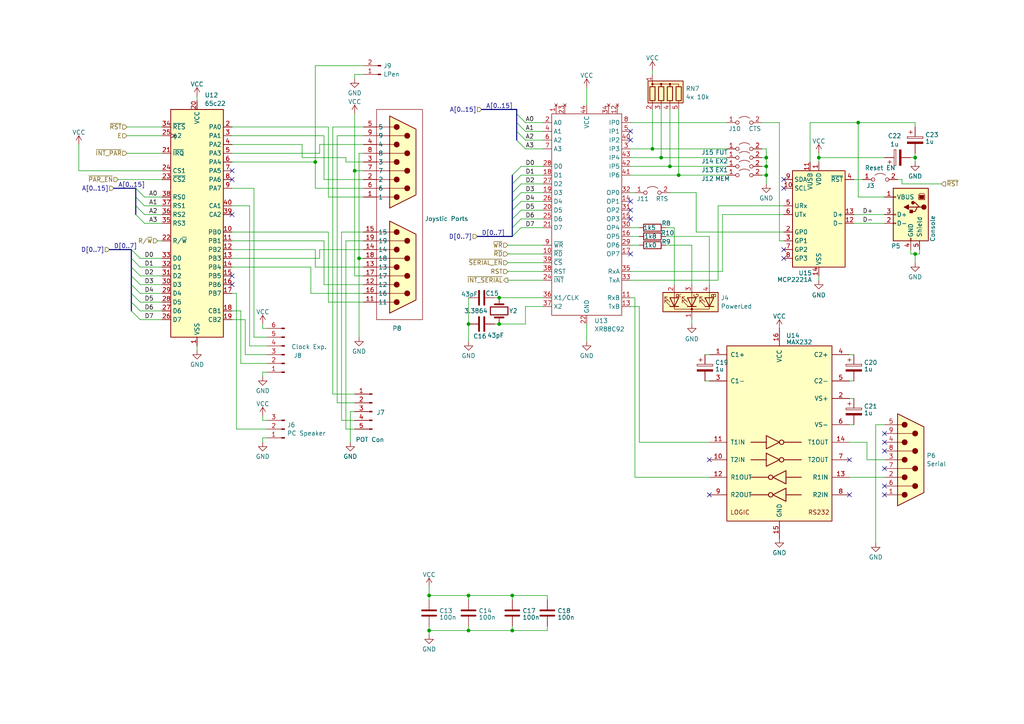
<source format=kicad_sch>
(kicad_sch (version 20250114) (generator "eeschema") (generator_version "9.0")
  (paper "A4")
  (title_block (title "MicroLind - Serial & Parallell") (date "2025-08-15") (rev "C1") (company "Sperly Retro Electronics"))
  (lib_symbols
    (symbol "Connector:Conn_01x02_Pin" (pin_names (offset 1.016) (hide yes))
      (property "Reference" "J" (at 0 2.54 0))
      (property "Value" "Conn_01x02_Pin" (at 0 -5.08 0))
      (symbol "Conn_01x02_Pin_1_1"
        (pin passive line (at 5.08 0 180) (length 3.81) (name "Pin_1") (number "1"))
        (pin passive line (at 5.08 -2.54 180) (length 3.81) (name "Pin_2") (number "2"))
      )
    )
    (symbol "Connector:Conn_01x03_Pin" (pin_names (offset 1.016) (hide yes))
      (property "Reference" "J" (at 0 5.08 0))
      (property "Value" "Conn_01x03_Pin" (at 0 -5.08 0))
      (symbol "Conn_01x03_Pin_1_1"
        (pin passive line (at 5.08 2.54 180) (length 3.81) (name "Pin_1") (number "1"))
        (pin passive line (at 5.08 0 180) (length 3.81) (name "Pin_2") (number "2"))
        (pin passive line (at 5.08 -2.54 180) (length 3.81) (name "Pin_3") (number "3"))
      )
    )
    (symbol "Connector:Conn_01x06_Pin" (pin_names (offset 1.016) (hide yes))
      (property "Reference" "J" (at 0 7.62 0))
      (property "Value" "Conn_01x06_Pin" (at 0 -10.16 0))
      (symbol "Conn_01x06_Pin_1_1"
        (pin passive line (at 5.08 5.08 180) (length 3.81) (name "Pin_1") (number "1"))
        (pin passive line (at 5.08 2.54 180) (length 3.81) (name "Pin_2") (number "2"))
        (pin passive line (at 5.08 0 180) (length 3.81) (name "Pin_3") (number "3"))
        (pin passive line (at 5.08 -2.54 180) (length 3.81) (name "Pin_4") (number "4"))
        (pin passive line (at 5.08 -5.08 180) (length 3.81) (name "Pin_5") (number "5"))
        (pin passive line (at 5.08 -7.62 180) (length 3.81) (name "Pin_6") (number "6"))
      )
    )
    (symbol "Connector:USB_B" (pin_names (offset 1.016))
      (property "Reference" "J" (at -5.08 11.43 0))
      (property "Value" "USB_B" (at -5.08 8.89 0))
      (symbol "USB_B_1_1"
        (pin passive line (at -2.54 -10.16 90) (length 2.54) (name "Shield") (number "5"))
        (pin power_out line (at 0 -10.16 90) (length 2.54) (name "GND") (number "4"))
        (pin power_out line (at 7.62 5.08 180) (length 2.54) (name "VBUS") (number "1"))
        (pin bidirectional line (at 7.62 0 180) (length 2.54) (name "D+") (number "3"))
        (pin bidirectional line (at 7.62 -2.54 180) (length 2.54) (name "D-") (number "2"))
      )
    )
    (symbol "Device:C" (pin_numbers (hide yes)) (pin_names (offset 0.254))
      (property "Reference" "C" (at 0.635 2.54 0))
      (property "Value" "C" (at 0.635 -2.54 0))
      (symbol "C_1_1"
        (pin passive line (at 0 3.81 270) (length 2.794) (name "~") (number "1"))
        (pin passive line (at 0 -3.81 90) (length 2.794) (name "~") (number "2"))
      )
    )
    (symbol "Device:C_Polarized" (pin_numbers (hide yes)) (pin_names (offset 0.254))
      (property "Reference" "C" (at 0.635 2.54 0))
      (property "Value" "C_Polarized" (at 0.635 -2.54 0))
      (symbol "C_Polarized_1_1"
        (pin passive line (at 0 3.81 270) (length 2.794) (name "~") (number "1"))
        (pin passive line (at 0 -3.81 90) (length 2.794) (name "~") (number "2"))
      )
    )
    (symbol "Device:Crystal" (pin_numbers (hide yes)) (pin_names (offset 1.016) (hide yes))
      (property "Reference" "Y" (at 0 3.81 0))
      (property "Value" "Crystal" (at 0 -3.81 0))
      (symbol "Crystal_1_1"
        (pin passive line (at -3.81 0 0) (length 1.27) (name "1") (number "1"))
        (pin passive line (at 3.81 0 180) (length 1.27) (name "2") (number "2"))
      )
    )
    (symbol "Device:LED_KRGB" (pin_names (offset 0) (hide yes))
      (property "Reference" "D" (at 0 9.398 0))
      (property "Value" "LED_KRGB" (at 0 -8.89 0))
      (symbol "LED_KRGB_0_0"
        (text "R" (at 1.905 3.81 0) (effects (font (size 1.27 1.27))))
        (text "G" (at 1.905 -1.27 0) (effects (font (size 1.27 1.27))))
        (text "B" (at 1.905 -6.35 0) (effects (font (size 1.27 1.27))))
      )
      (symbol "LED_KRGB_1_1"
        (pin passive line (at -5.08 0 0) (length 2.54) (name "K") (number "1"))
        (pin passive line (at 5.08 5.08 180) (length 2.54) (name "RA") (number "2"))
        (pin passive line (at 5.08 0 180) (length 2.54) (name "GA") (number "3"))
        (pin passive line (at 5.08 -5.08 180) (length 2.54) (name "BA") (number "4"))
      )
    )
    (symbol "Device:R" (pin_numbers (hide yes)) (pin_names (offset 0))
      (property "Reference" "R" (at 2.032 0 90))
      (property "Value" "R" (at 0 0 90))
      (symbol "R_1_1"
        (pin passive line (at 0 3.81 270) (length 1.27) (name "~") (number "1"))
        (pin passive line (at 0 -3.81 90) (length 1.27) (name "~") (number "2"))
      )
    )
    (symbol "Device:R_Network04" (pin_names (offset 0) (hide yes))
      (property "Reference" "RN" (at -7.62 0 90))
      (property "Value" "R_Network04" (at 5.08 0 90))
      (symbol "R_Network04_1_1"
        (pin passive line (at -5.08 5.08 270) (length 2.54) (name "common") (number "1"))
        (pin passive line (at -5.08 -5.08 90) (length 1.27) (name "R1") (number "2"))
        (pin passive line (at -2.54 -5.08 90) (length 1.27) (name "R2") (number "3"))
        (pin passive line (at 0 -5.08 90) (length 1.27) (name "R3") (number "4"))
        (pin passive line (at 2.54 -5.08 90) (length 1.27) (name "R4") (number "5"))
      )
    )
    (symbol "Dual-DB9:Conn_01x05_Pin" (pin_names (offset 1.016) (hide yes))
      (property "Reference" "J" (at 0 7.62 0))
      (property "Value" "Conn_01x05_Pin" (at 0 -7.62 0))
      (symbol "Conn_01x05_Pin_1_1"
        (pin passive line (at 5.08 5.08 180) (length 3.81) (name "Pin_1") (number "1"))
        (pin passive line (at 5.08 2.54 180) (length 3.81) (name "Pin_2") (number "2"))
        (pin passive line (at 5.08 0 180) (length 3.81) (name "Pin_3") (number "3"))
        (pin passive line (at 5.08 -2.54 180) (length 3.81) (name "Pin_4") (number "4"))
        (pin passive line (at 5.08 -5.08 180) (length 3.81) (name "Pin_5") (number "5"))
      )
    )
    (symbol "Dual-DB9:DE9_Plug" (pin_names (offset 1.016) (hide yes))
      (property "Reference" "J" (at 0 13.97 0))
      (property "Value" "DE9_Plug" (at 0 -14.605 0))
      (symbol "DE9_Plug_1_1"
        (pin passive line (at -7.62 10.16 0) (length 3.81) (name "5") (number "5"))
        (pin passive line (at -7.62 7.62 0) (length 3.81) (name "9") (number "9"))
        (pin passive line (at -7.62 5.08 0) (length 3.81) (name "4") (number "4"))
        (pin passive line (at -7.62 2.54 0) (length 3.81) (name "8") (number "8"))
        (pin passive line (at -7.62 0 0) (length 3.81) (name "3") (number "3"))
        (pin passive line (at -7.62 -2.54 0) (length 3.81) (name "7") (number "7"))
        (pin passive line (at -7.62 -5.08 0) (length 3.81) (name "2") (number "2"))
        (pin passive line (at -7.62 -7.62 0) (length 3.81) (name "6") (number "6"))
        (pin passive line (at -7.62 -10.16 0) (length 3.81) (name "1") (number "1"))
      )
    )
    (symbol "Interface_UART:MAX232" (pin_names (offset 1.016))
      (property "Reference" "U" (at -2.54 28.575 0))
      (property "Value" "MAX232" (at -2.54 26.67 0))
      (symbol "MAX232_0_0"
        (text "LOGIC" (at -11.43 -22.86 0) (effects (font (size 1.27 1.27))))
        (text "RS232" (at 11.43 -22.86 0) (effects (font (size 1.27 1.27))))
      )
      (symbol "MAX232_1_1"
        (pin passive line (at -20.32 22.86 0) (length 5.08) (name "C1+") (number "1"))
        (pin passive line (at -20.32 15.24 0) (length 5.08) (name "C1-") (number "3"))
        (pin input line (at -20.32 -2.54 0) (length 5.08) (name "T1IN") (number "11"))
        (pin input line (at -20.32 -7.62 0) (length 5.08) (name "T2IN") (number "10"))
        (pin output line (at -20.32 -12.7 0) (length 5.08) (name "R1OUT") (number "12"))
        (pin output line (at -20.32 -17.78 0) (length 5.08) (name "R2OUT") (number "9"))
        (pin power_in line (at 0 30.48 270) (length 5.08) (name "VCC") (number "16"))
        (pin power_in line (at 0 -30.48 90) (length 5.08) (name "GND") (number "15"))
        (pin passive line (at 20.32 22.86 180) (length 5.08) (name "C2+") (number "4"))
        (pin passive line (at 20.32 15.24 180) (length 5.08) (name "C2-") (number "5"))
        (pin power_out line (at 20.32 10.16 180) (length 5.08) (name "VS+") (number "2"))
        (pin power_out line (at 20.32 2.54 180) (length 5.08) (name "VS-") (number "6"))
        (pin output line (at 20.32 -2.54 180) (length 5.08) (name "T1OUT") (number "14"))
        (pin output line (at 20.32 -7.62 180) (length 5.08) (name "T2OUT") (number "7"))
        (pin input line (at 20.32 -12.7 180) (length 5.08) (name "R1IN") (number "13"))
        (pin input line (at 20.32 -17.78 180) (length 5.08) (name "R2IN") (number "8"))
      )
    )
    (symbol "Interface_USB:MCP2221AxP"
      (property "Reference" "U" (at -7.62 16.51 0))
      (property "Value" "MCP2221AxP" (at 12.7 16.51 0))
      (symbol "MCP2221AxP_1_1"
        (pin input line (at -10.16 12.7 0) (length 2.54) (name "~{RST}") (number "4"))
        (pin bidirectional line (at -10.16 2.54 0) (length 2.54) (name "D+") (number "13"))
        (pin bidirectional line (at -10.16 0 0) (length 2.54) (name "D-") (number "12"))
        (pin power_in line (at 0 17.78 270) (length 2.54) (name "VDD") (number "1"))
        (pin power_in line (at 0 -15.24 90) (length 2.54) (name "VSS") (number "14"))
        (pin passive line (at 2.54 17.78 270) (length 2.54) (name "VUSB") (number "11"))
        (pin bidirectional line (at 10.16 12.7 180) (length 2.54) (name "SDA") (number "9"))
        (pin bidirectional line (at 10.16 10.16 180) (length 2.54) (name "SCL") (number "10"))
        (pin input line (at 10.16 5.08 180) (length 2.54) (name "URx") (number "5"))
        (pin output line (at 10.16 2.54 180) (length 2.54) (name "UTx") (number "6"))
        (pin bidirectional line (at 10.16 -2.54 180) (length 2.54) (name "GP0") (number "2"))
        (pin bidirectional line (at 10.16 -5.08 180) (length 2.54) (name "GP1") (number "3"))
        (pin bidirectional line (at 10.16 -7.62 180) (length 2.54) (name "GP2") (number "7"))
        (pin bidirectional line (at 10.16 -10.16 180) (length 2.54) (name "GP3") (number "8"))
      )
    )
    (symbol "Jumper:Jumper_2_Open" (pin_names (offset 0) (hide yes))
      (property "Reference" "JP" (at 0 2.794 0))
      (property "Value" "Jumper_2_Open" (at 0 -2.286 0))
      (symbol "Jumper_2_Open_1_1"
        (pin passive line (at -5.08 0 0) (length 2.54) (name "A") (number "1"))
        (pin passive line (at 5.08 0 180) (length 2.54) (name "B") (number "2"))
      )
    )
    (symbol "PCM_65xx-library:6522"
      (property "Reference" "U" (at 2.54 38.1 0))
      (property "Value" "6522" (at 2.54 35.56 0))
      (symbol "6522_1_1"
        (pin input line (at -10.16 27.94 0) (length 2.54) (name "~{RES}") (number "34"))
        (pin input clock (at -10.16 25.4 0) (length 2.54) (name "ϕ2") (number "25"))
        (pin open_collector line (at -10.16 20.32 0) (length 2.54) (name "~{IRQ}") (number "21"))
        (pin input line (at -10.16 15.24 0) (length 2.54) (name "CS1") (number "24"))
        (pin input line (at -10.16 12.7 0) (length 2.54) (name "~{CS2}") (number "23"))
        (pin input line (at -10.16 7.62 0) (length 2.54) (name "RS0") (number "38"))
        (pin input line (at -10.16 5.08 0) (length 2.54) (name "RS1") (number "37"))
        (pin input line (at -10.16 2.54 0) (length 2.54) (name "RS2") (number "36"))
        (pin input line (at -10.16 0 0) (length 2.54) (name "RS3") (number "35"))
        (pin input line (at -10.16 -5.08 0) (length 2.54) (name "R/~{W}") (number "22"))
        (pin bidirectional line (at -10.16 -10.16 0) (length 2.54) (name "D0") (number "33"))
        (pin bidirectional line (at -10.16 -12.7 0) (length 2.54) (name "D1") (number "32"))
        (pin bidirectional line (at -10.16 -15.24 0) (length 2.54) (name "D2") (number "31"))
        (pin bidirectional line (at -10.16 -17.78 0) (length 2.54) (name "D3") (number "30"))
        (pin bidirectional line (at -10.16 -20.32 0) (length 2.54) (name "D4") (number "29"))
        (pin bidirectional line (at -10.16 -22.86 0) (length 2.54) (name "D5") (number "28"))
        (pin bidirectional line (at -10.16 -25.4 0) (length 2.54) (name "D6") (number "27"))
        (pin bidirectional line (at -10.16 -27.94 0) (length 2.54) (name "D7") (number "26"))
        (pin power_in line (at 0 35.56 270) (length 2.54) (name "VCC") (number "20"))
        (pin power_in line (at 0 -35.56 90) (length 2.54) (name "VSS") (number "1"))
        (pin bidirectional line (at 10.16 27.94 180) (length 2.54) (name "PA0") (number "2"))
        (pin bidirectional line (at 10.16 25.4 180) (length 2.54) (name "PA1") (number "3"))
        (pin bidirectional line (at 10.16 22.86 180) (length 2.54) (name "PA2") (number "4"))
        (pin bidirectional line (at 10.16 20.32 180) (length 2.54) (name "PA3") (number "5"))
        (pin bidirectional line (at 10.16 17.78 180) (length 2.54) (name "PA4") (number "6"))
        (pin bidirectional line (at 10.16 15.24 180) (length 2.54) (name "PA5") (number "7"))
        (pin bidirectional line (at 10.16 12.7 180) (length 2.54) (name "PA6") (number "8"))
        (pin bidirectional line (at 10.16 10.16 180) (length 2.54) (name "PA7") (number "9"))
        (pin input line (at 10.16 5.08 180) (length 2.54) (name "CA1") (number "40"))
        (pin bidirectional line (at 10.16 2.54 180) (length 2.54) (name "CA2") (number "39"))
        (pin bidirectional line (at 10.16 -2.54 180) (length 2.54) (name "PB0") (number "10"))
        (pin bidirectional line (at 10.16 -5.08 180) (length 2.54) (name "PB1") (number "11"))
        (pin bidirectional line (at 10.16 -7.62 180) (length 2.54) (name "PB2") (number "12"))
        (pin bidirectional line (at 10.16 -10.16 180) (length 2.54) (name "PB3") (number "13"))
        (pin bidirectional line (at 10.16 -12.7 180) (length 2.54) (name "PB4") (number "14"))
        (pin bidirectional line (at 10.16 -15.24 180) (length 2.54) (name "PB5") (number "15"))
        (pin bidirectional line (at 10.16 -17.78 180) (length 2.54) (name "PB6") (number "16"))
        (pin bidirectional line (at 10.16 -20.32 180) (length 2.54) (name "PB7") (number "17"))
        (pin input line (at 10.16 -25.4 180) (length 2.54) (name "CB1") (number "18"))
        (pin bidirectional line (at 10.16 -27.94 180) (length 2.54) (name "CB2") (number "19"))
      )
    )
    (symbol "motherboard:Dual-DB9"
      (property "Reference" "J" (at -1.27 -33.782 0))
      (symbol "Dual-DB9_1_1"
        (pin passive line (at -6.35 25.4 0) (length 3.81) (name "5") (number "5"))
        (pin passive line (at -6.35 22.86 0) (length 3.81) (name "9") (number "9"))
        (pin passive line (at -6.35 20.32 0) (length 3.81) (name "4") (number "4"))
        (pin passive line (at -6.35 17.78 0) (length 3.81) (name "8") (number "8"))
        (pin passive line (at -6.35 15.24 0) (length 3.81) (name "3") (number "3"))
        (pin passive line (at -6.35 12.7 0) (length 3.81) (name "7") (number "7"))
        (pin passive line (at -6.35 10.16 0) (length 3.81) (name "2") (number "2"))
        (pin passive line (at -6.35 7.62 0) (length 3.81) (name "6") (number "6"))
        (pin passive line (at -6.35 5.08 0) (length 3.81) (name "1") (number "1"))
        (pin passive line (at -6.35 -5.08 0) (length 3.81) (name "15") (number "15"))
        (pin passive line (at -6.35 -7.62 0) (length 3.81) (name "19") (number "19"))
        (pin passive line (at -6.35 -10.16 0) (length 3.81) (name "14") (number "14"))
        (pin passive line (at -6.35 -12.7 0) (length 3.81) (name "18") (number "18"))
        (pin passive line (at -6.35 -15.24 0) (length 3.81) (name "13") (number "13"))
        (pin passive line (at -6.35 -17.78 0) (length 3.81) (name "17") (number "17"))
        (pin passive line (at -6.35 -20.32 0) (length 3.81) (name "12") (number "12"))
        (pin passive line (at -6.35 -22.86 0) (length 3.81) (name "16") (number "16"))
        (pin passive line (at -6.35 -25.4 0) (length 3.81) (name "11") (number "11"))
      )
    )
    (symbol "motherboard:scc2692_plcc44"
      (property "Reference" "U13" (at 2.1941 -0.3231 0))
      (property "Value" "XR88C92" (at 2.1941 -2.7474 0))
      (symbol "scc2692_plcc44_1_1"
        (pin input line (at -12.7 57.15 0) (length 2.54) (name "A0") (number "2"))
        (pin input line (at -12.7 54.61 0) (length 2.54) (name "A1") (number "4"))
        (pin input line (at -12.7 52.07 0) (length 2.54) (name "A2") (number "6"))
        (pin input line (at -12.7 49.53 0) (length 2.54) (name "A3") (number "7"))
        (pin bidirectional line (at -12.7 44.45 0) (length 2.54) (name "D0") (number "28"))
        (pin bidirectional line (at -12.7 41.91 0) (length 2.54) (name "D1") (number "18"))
        (pin bidirectional line (at -12.7 39.37 0) (length 2.54) (name "D2") (number "27"))
        (pin bidirectional line (at -12.7 36.83 0) (length 2.54) (name "D3") (number "19"))
        (pin bidirectional line (at -12.7 34.29 0) (length 2.54) (name "D4") (number "26"))
        (pin bidirectional line (at -12.7 31.75 0) (length 2.54) (name "D5") (number "20"))
        (pin bidirectional line (at -12.7 29.21 0) (length 2.54) (name "D6") (number "25"))
        (pin bidirectional line (at -12.7 26.67 0) (length 2.54) (name "D7") (number "21"))
        (pin input line (at -12.7 21.59 0) (length 2.54) (name "~{WR}") (number "9"))
        (pin input line (at -12.7 19.05 0) (length 2.54) (name "~{RD}") (number "10"))
        (pin input line (at -12.7 16.51 0) (length 2.54) (name "~{CS}") (number "39"))
        (pin input line (at -12.7 13.97 0) (length 2.54) (name "RST") (number "38"))
        (pin output line (at -12.7 11.43 0) (length 2.54) (name "~{INT}") (number "24"))
        (pin input line (at -12.7 6.35 0) (length 2.54) (name "X1/CLK") (number "36"))
        (pin input line (at -12.7 3.81 0) (length 2.54) (name "X2") (number "37"))
        (pin no_connect line (at -8.89 62.23 270) (length 2.54) (name "") (number "1"))
        (pin no_connect line (at -6.35 62.23 270) (length 2.54) (name "") (number "23"))
        (pin power_in line (at 0 62.23 270) (length 2.54) (name "VCC") (number "44"))
        (pin power_in line (at 0 -1.27 90) (length 2.54) (name "GND") (number "22"))
        (pin no_connect line (at 6.35 62.23 270) (length 2.54) (name "") (number "34"))
        (pin no_connect line (at 8.89 62.23 270) (length 2.54) (name "") (number "12"))
        (pin input line (at 12.7 57.15 180) (length 2.54) (name "IP0") (number "8"))
        (pin input line (at 12.7 54.61 180) (length 2.54) (name "IP1") (number "5"))
        (pin input line (at 12.7 52.07 180) (length 2.54) (name "IP2") (number "40"))
        (pin input line (at 12.7 49.53 180) (length 2.54) (name "IP3") (number "3"))
        (pin bidirectional line (at 12.7 46.99 180) (length 2.54) (name "IP4") (number "43"))
        (pin bidirectional line (at 12.7 44.45 180) (length 2.54) (name "IP5") (number "42"))
        (pin bidirectional line (at 12.7 41.91 180) (length 2.54) (name "IP6") (number "41"))
        (pin output line (at 12.7 36.83 180) (length 2.54) (name "OP0") (number "32"))
        (pin output line (at 12.7 34.29 180) (length 2.54) (name "OP1") (number "14"))
        (pin output line (at 12.7 31.75 180) (length 2.54) (name "OP2") (number "31"))
        (pin output line (at 12.7 29.21 180) (length 2.54) (name "OP3") (number "15"))
        (pin output line (at 12.7 26.67 180) (length 2.54) (name "OP4") (number "30"))
        (pin output line (at 12.7 24.13 180) (length 2.54) (name "OP5") (number "16"))
        (pin output line (at 12.7 21.59 180) (length 2.54) (name "OP6") (number "29"))
        (pin output line (at 12.7 19.05 180) (length 2.54) (name "OP7") (number "17"))
        (pin input line (at 12.7 13.97 180) (length 2.54) (name "RxA") (number "35"))
        (pin output line (at 12.7 11.43 180) (length 2.54) (name "TxA") (number "33"))
        (pin input line (at 12.7 6.35 180) (length 2.54) (name "RxB") (number "11"))
        (pin output line (at 12.7 3.81 180) (length 2.54) (name "TxB") (number "13"))
      )
    )
    (symbol "power:GND" (power) (pin_names (offset 0))
      (property "Value" "GND" (at 0 -3.81 0))
      (symbol "GND_1_1"
        (pin power_in line (at 0 0 270) (length 0) (hide yes) (name "GND") (number "1"))
      )
    )
    (symbol "power:VCC" (power) (pin_names (offset 0))
      (property "Value" "VCC" (at 0 3.81 0))
      (symbol "VCC_1_1"
        (pin power_in line (at 0 0 90) (length 0) (hide yes) (name "VCC") (number "1"))
      )
    )
  )
  (text "~" (at 158.75 55.626 0) (effects (font (size 1.27 1.27))))
  (junction (at 135.89 93.98))
  (junction (at 222.25 50.8))
  (junction (at 124.46 172.72))
  (junction (at 135.89 182.88))
  (junction (at 144.78 86.36))
  (junction (at 237.49 45.72))
  (junction (at 248.92 35.56))
  (junction (at 135.89 172.72))
  (junction (at 194.31 48.26))
  (junction (at 265.43 73.66))
  (junction (at 102.87 49.53))
  (junction (at 265.43 45.72))
  (junction (at 191.77 45.72))
  (junction (at 222.25 48.26))
  (junction (at 222.25 45.72))
  (junction (at 104.14 74.93))
  (junction (at 124.46 182.88))
  (junction (at 196.85 50.8))
  (junction (at 91.44 46.99))
  (junction (at 189.23 43.18))
  (junction (at 148.59 182.88))
  (junction (at 144.78 93.98))
  (junction (at 148.59 172.72))
  (no_connect (at 182.88 60.96))
  (no_connect (at 246.38 133.35))
  (no_connect (at 67.31 62.23))
  (no_connect (at 256.54 130.81))
  (no_connect (at 182.88 58.42))
  (no_connect (at 256.54 143.51))
  (no_connect (at 227.33 74.93))
  (no_connect (at 256.54 140.97))
  (no_connect (at 67.31 52.07))
  (no_connect (at 256.54 128.27))
  (no_connect (at 256.54 135.89))
  (no_connect (at 205.74 143.51))
  (no_connect (at 256.54 125.73))
  (no_connect (at 227.33 72.39))
  (no_connect (at 205.74 133.35))
  (no_connect (at 182.88 73.66))
  (no_connect (at 246.38 143.51))
  (no_connect (at 182.88 38.1))
  (no_connect (at 67.31 49.53))
  (no_connect (at 67.31 80.01))
  (no_connect (at 182.88 63.5))
  (no_connect (at 227.33 52.07))
  (no_connect (at 182.88 40.64))
  (no_connect (at 227.33 54.61))
  (no_connect (at 67.31 82.55))
  (bus_entry (at 39.37 62.23) (size 2.54 2.54))
  (bus_entry (at 149.86 38.1) (size 2.54 2.54))
  (bus_entry (at 39.37 54.61) (size 2.54 2.54))
  (bus_entry (at 148.59 58.42) (size 2.54 -2.54))
  (bus_entry (at 149.86 40.64) (size 2.54 2.54))
  (bus_entry (at 148.59 68.58) (size 2.54 -2.54))
  (bus_entry (at 38.1 82.55) (size 2.54 2.54))
  (bus_entry (at 148.59 60.96) (size 2.54 -2.54))
  (bus_entry (at 38.1 87.63) (size 2.54 2.54))
  (bus_entry (at 38.1 80.01) (size 2.54 2.54))
  (bus_entry (at 38.1 74.93) (size 2.54 2.54))
  (bus_entry (at 149.86 35.56) (size 2.54 2.54))
  (bus_entry (at 38.1 90.17) (size 2.54 2.54))
  (bus_entry (at 39.37 57.15) (size 2.54 2.54))
  (bus_entry (at 148.59 66.04) (size 2.54 -2.54))
  (bus_entry (at 149.86 33.02) (size 2.54 2.54))
  (bus_entry (at 148.59 53.34) (size 2.54 -2.54))
  (bus_entry (at 38.1 72.39) (size 2.54 2.54))
  (bus_entry (at 148.59 55.88) (size 2.54 -2.54))
  (bus_entry (at 38.1 85.09) (size 2.54 2.54))
  (bus_entry (at 148.59 50.8) (size 2.54 -2.54))
  (bus_entry (at 148.59 63.5) (size 2.54 -2.54))
  (bus_entry (at 39.37 59.69) (size 2.54 2.54))
  (bus_entry (at 38.1 77.47) (size 2.54 2.54))
  (wire (pts (xy 135.89 86.36) (xy 135.89 93.98)))
  (bus (pts (xy 149.86 35.56) (xy 149.86 38.1)))
  (wire (pts (xy 152.4 43.18) (xy 157.48 43.18)))
  (wire (pts (xy 105.41 77.47) (xy 91.44 77.47)))
  (wire (pts (xy 105.41 82.55) (xy 93.98 82.55)))
  (wire (pts (xy 237.49 44.45) (xy 237.49 45.72)))
  (wire (pts (xy 226.06 35.56) (xy 220.98 35.56)))
  (wire (pts (xy 147.32 76.2) (xy 157.48 76.2)))
  (wire (pts (xy 102.87 33.02) (xy 102.87 49.53)))
  (wire (pts (xy 151.13 63.5) (xy 157.48 63.5)))
  (wire (pts (xy 40.64 77.47) (xy 46.99 77.47)))
  (wire (pts (xy 135.89 182.88) (xy 148.59 182.88)))
  (wire (pts (xy 273.05 53.34) (xy 261.62 53.34)))
  (wire (pts (xy 90.17 85.09) (xy 90.17 77.47)))
  (wire (pts (xy 151.13 50.8) (xy 157.48 50.8)))
  (wire (pts (xy 105.41 54.61) (xy 91.44 54.61)))
  (wire (pts (xy 222.25 45.72) (xy 222.25 48.26)))
  (wire (pts (xy 195.58 66.04) (xy 195.58 82.55)))
  (wire (pts (xy 41.91 64.77) (xy 46.99 64.77)))
  (wire (pts (xy 71.12 102.87) (xy 77.47 102.87)))
  (wire (pts (xy 144.78 93.98) (xy 152.4 93.98)))
  (wire (pts (xy 124.46 182.88) (xy 124.46 184.15)))
  (wire (pts (xy 36.83 39.37) (xy 46.99 39.37)))
  (wire (pts (xy 68.58 85.09) (xy 68.58 124.46)))
  (wire (pts (xy 87.63 41.91) (xy 87.63 45.72)))
  (wire (pts (xy 208.28 59.69) (xy 227.33 59.69)))
  (bus (pts (xy 138.43 68.58) (xy 148.59 68.58)))
  (wire (pts (xy 124.46 181.61) (xy 124.46 182.88)))
  (wire (pts (xy 246.38 110.49) (xy 247.65 110.49)))
  (bus (pts (xy 149.86 33.02) (xy 149.86 35.56)))
  (wire (pts (xy 193.04 71.12) (xy 200.66 71.12)))
  (wire (pts (xy 92.71 72.39) (xy 92.71 74.93)))
  (bus (pts (xy 31.75 72.39) (xy 38.1 72.39)))
  (wire (pts (xy 76.2 121.92) (xy 77.47 121.92)))
  (wire (pts (xy 40.64 82.55) (xy 46.99 82.55)))
  (wire (pts (xy 266.7 72.39) (xy 266.7 73.66)))
  (wire (pts (xy 222.25 48.26) (xy 222.25 50.8)))
  (wire (pts (xy 92.71 74.93) (xy 67.31 74.93)))
  (bus (pts (xy 148.59 66.04) (xy 148.59 63.5)))
  (bus (pts (xy 148.59 55.88) (xy 148.59 53.34)))
  (wire (pts (xy 135.89 182.88) (xy 135.89 181.61)))
  (wire (pts (xy 105.41 57.15) (xy 95.25 57.15)))
  (wire (pts (xy 95.25 36.83) (xy 67.31 36.83)))
  (wire (pts (xy 185.42 128.27) (xy 205.74 128.27)))
  (wire (pts (xy 76.2 95.25) (xy 76.2 93.98)))
  (wire (pts (xy 93.98 52.07) (xy 93.98 39.37)))
  (bus (pts (xy 39.37 57.15) (xy 39.37 54.61)))
  (wire (pts (xy 204.47 102.87) (xy 205.74 102.87)))
  (wire (pts (xy 76.2 120.65) (xy 76.2 121.92)))
  (wire (pts (xy 77.47 105.41) (xy 69.85 105.41)))
  (wire (pts (xy 143.51 86.36) (xy 144.78 86.36)))
  (wire (pts (xy 91.44 19.05) (xy 91.44 46.99)))
  (wire (pts (xy 76.2 128.27) (xy 76.2 127)))
  (wire (pts (xy 226.06 69.85) (xy 226.06 35.56)))
  (wire (pts (xy 193.04 66.04) (xy 195.58 66.04)))
  (wire (pts (xy 93.98 69.85) (xy 67.31 69.85)))
  (wire (pts (xy 248.92 35.56) (xy 248.92 57.15)))
  (wire (pts (xy 100.33 124.46) (xy 100.33 69.85)))
  (wire (pts (xy 182.88 50.8) (xy 196.85 50.8)))
  (wire (pts (xy 71.12 92.71) (xy 71.12 102.87)))
  (wire (pts (xy 67.31 41.91) (xy 87.63 41.91)))
  (wire (pts (xy 40.64 80.01) (xy 46.99 80.01)))
  (wire (pts (xy 182.88 43.18) (xy 189.23 43.18)))
  (wire (pts (xy 72.39 59.69) (xy 72.39 100.33)))
  (wire (pts (xy 246.38 128.27) (xy 251.46 128.27)))
  (wire (pts (xy 158.75 182.88) (xy 158.75 181.61)))
  (wire (pts (xy 97.79 39.37) (xy 105.41 39.37)))
  (wire (pts (xy 67.31 77.47) (xy 90.17 77.47)))
  (wire (pts (xy 124.46 182.88) (xy 135.89 182.88)))
  (bus (pts (xy 149.86 31.75) (xy 149.86 33.02)))
  (wire (pts (xy 76.2 127) (xy 77.47 127)))
  (wire (pts (xy 69.85 105.41) (xy 69.85 90.17)))
  (wire (pts (xy 93.98 39.37) (xy 67.31 39.37)))
  (wire (pts (xy 101.6 119.38) (xy 101.6 128.27)))
  (wire (pts (xy 105.41 87.63) (xy 95.25 87.63)))
  (wire (pts (xy 87.63 45.72) (xy 100.33 45.72)))
  (wire (pts (xy 194.31 48.26) (xy 210.82 48.26)))
  (wire (pts (xy 237.49 45.72) (xy 256.54 45.72)))
  (wire (pts (xy 40.64 74.93) (xy 46.99 74.93)))
  (wire (pts (xy 105.41 52.07) (xy 93.98 52.07)))
  (wire (pts (xy 45.72 69.85) (xy 46.99 69.85)))
  (wire (pts (xy 67.31 92.71) (xy 71.12 92.71)))
  (wire (pts (xy 152.4 40.64) (xy 157.48 40.64)))
  (wire (pts (xy 92.71 72.39) (xy 105.41 72.39)))
  (wire (pts (xy 40.64 87.63) (xy 46.99 87.63)))
  (wire (pts (xy 189.23 20.32) (xy 189.23 21.59)))
  (bus (pts (xy 38.1 77.47) (xy 38.1 80.01)))
  (wire (pts (xy 189.23 43.18) (xy 210.82 43.18)))
  (wire (pts (xy 170.18 25.4) (xy 170.18 30.48)))
  (wire (pts (xy 135.89 172.72) (xy 148.59 172.72)))
  (wire (pts (xy 201.93 67.31) (xy 227.33 67.31)))
  (wire (pts (xy 148.59 172.72) (xy 148.59 173.99)))
  (wire (pts (xy 102.87 49.53) (xy 102.87 80.01)))
  (wire (pts (xy 41.91 59.69) (xy 46.99 59.69)))
  (wire (pts (xy 205.74 68.58) (xy 205.74 82.55)))
  (wire (pts (xy 151.13 60.96) (xy 157.48 60.96)))
  (wire (pts (xy 251.46 133.35) (xy 256.54 133.35)))
  (wire (pts (xy 151.13 58.42) (xy 157.48 58.42)))
  (wire (pts (xy 100.33 46.99) (xy 105.41 46.99)))
  (wire (pts (xy 105.41 44.45) (xy 104.14 44.45)))
  (wire (pts (xy 234.95 35.56) (xy 248.92 35.56)))
  (wire (pts (xy 151.13 53.34) (xy 157.48 53.34)))
  (wire (pts (xy 102.87 116.84) (xy 97.79 116.84)))
  (wire (pts (xy 209.55 62.23) (xy 227.33 62.23)))
  (wire (pts (xy 91.44 77.47) (xy 91.44 72.39)))
  (wire (pts (xy 196.85 31.75) (xy 196.85 50.8)))
  (wire (pts (xy 246.38 115.57) (xy 247.65 115.57)))
  (wire (pts (xy 200.66 71.12) (xy 200.66 82.55)))
  (wire (pts (xy 222.25 43.18) (xy 222.25 45.72)))
  (wire (pts (xy 182.88 86.36) (xy 184.15 86.36)))
  (wire (pts (xy 41.91 57.15) (xy 46.99 57.15)))
  (wire (pts (xy 40.64 92.71) (xy 46.99 92.71)))
  (wire (pts (xy 265.43 45.72) (xy 265.43 46.99)))
  (wire (pts (xy 182.88 35.56) (xy 210.82 35.56)))
  (wire (pts (xy 100.33 69.85) (xy 105.41 69.85)))
  (wire (pts (xy 191.77 31.75) (xy 191.77 45.72)))
  (wire (pts (xy 182.88 45.72) (xy 191.77 45.72)))
  (wire (pts (xy 147.32 81.28) (xy 157.48 81.28)))
  (wire (pts (xy 152.4 38.1) (xy 157.48 38.1)))
  (wire (pts (xy 69.85 90.17) (xy 67.31 90.17)))
  (bus (pts (xy 149.86 38.1) (xy 149.86 40.64)))
  (wire (pts (xy 72.39 59.69) (xy 67.31 59.69)))
  (wire (pts (xy 36.83 44.45) (xy 46.99 44.45)))
  (wire (pts (xy 201.93 55.88) (xy 201.93 67.31)))
  (wire (pts (xy 148.59 182.88) (xy 158.75 182.88)))
  (wire (pts (xy 227.33 69.85) (xy 226.06 69.85)))
  (bus (pts (xy 148.59 60.96) (xy 148.59 58.42)))
  (wire (pts (xy 193.04 68.58) (xy 205.74 68.58)))
  (wire (pts (xy 185.42 88.9) (xy 185.42 128.27)))
  (wire (pts (xy 95.25 67.31) (xy 67.31 67.31)))
  (wire (pts (xy 104.14 44.45) (xy 104.14 74.93)))
  (wire (pts (xy 57.15 27.94) (xy 57.15 29.21)))
  (wire (pts (xy 152.4 93.98) (xy 152.4 88.9)))
  (wire (pts (xy 124.46 172.72) (xy 135.89 172.72)))
  (wire (pts (xy 41.91 62.23) (xy 46.99 62.23)))
  (wire (pts (xy 105.41 74.93) (xy 104.14 74.93)))
  (wire (pts (xy 101.6 119.38) (xy 102.87 119.38)))
  (wire (pts (xy 40.64 85.09) (xy 46.99 85.09)))
  (wire (pts (xy 152.4 35.56) (xy 157.48 35.56)))
  (wire (pts (xy 92.71 44.45) (xy 67.31 44.45)))
  (wire (pts (xy 102.87 121.92) (xy 99.06 121.92)))
  (wire (pts (xy 237.49 80.01) (xy 237.49 81.28)))
  (wire (pts (xy 148.59 182.88) (xy 148.59 181.61)))
  (wire (pts (xy 57.15 100.33) (xy 57.15 101.6)))
  (wire (pts (xy 77.47 95.25) (xy 76.2 95.25)))
  (bus (pts (xy 148.59 63.5) (xy 148.59 60.96)))
  (wire (pts (xy 147.32 73.66) (xy 157.48 73.66)))
  (wire (pts (xy 254 123.19) (xy 254 157.48)))
  (wire (pts (xy 246.38 102.87) (xy 247.65 102.87)))
  (wire (pts (xy 234.95 35.56) (xy 234.95 46.99)))
  (wire (pts (xy 189.23 31.75) (xy 189.23 43.18)))
  (wire (pts (xy 182.88 71.12) (xy 185.42 71.12)))
  (wire (pts (xy 67.31 46.99) (xy 91.44 46.99)))
  (wire (pts (xy 220.98 45.72) (xy 222.25 45.72)))
  (wire (pts (xy 102.87 124.46) (xy 100.33 124.46)))
  (wire (pts (xy 184.15 138.43) (xy 205.74 138.43)))
  (wire (pts (xy 77.47 100.33) (xy 72.39 100.33)))
  (wire (pts (xy 68.58 124.46) (xy 77.47 124.46)))
  (wire (pts (xy 209.55 78.74) (xy 182.88 78.74)))
  (wire (pts (xy 261.62 52.07) (xy 260.35 52.07)))
  (wire (pts (xy 208.28 59.69) (xy 208.28 81.28)))
  (wire (pts (xy 97.79 116.84) (xy 97.79 39.37)))
  (wire (pts (xy 182.88 88.9) (xy 185.42 88.9)))
  (wire (pts (xy 105.41 49.53) (xy 102.87 49.53)))
  (wire (pts (xy 22.86 49.53) (xy 46.99 49.53)))
  (wire (pts (xy 182.88 55.88) (xy 184.15 55.88)))
  (bus (pts (xy 39.37 59.69) (xy 39.37 57.15)))
  (wire (pts (xy 91.44 46.99) (xy 91.44 54.61)))
  (wire (pts (xy 151.13 55.88) (xy 157.48 55.88)))
  (wire (pts (xy 96.52 114.3) (xy 102.87 114.3)))
  (wire (pts (xy 265.43 73.66) (xy 265.43 76.2)))
  (bus (pts (xy 38.1 80.01) (xy 38.1 82.55)))
  (bus (pts (xy 38.1 82.55) (xy 38.1 85.09)))
  (wire (pts (xy 95.25 87.63) (xy 95.25 67.31)))
  (wire (pts (xy 170.18 99.06) (xy 170.18 93.98)))
  (wire (pts (xy 77.47 107.95) (xy 76.2 107.95)))
  (wire (pts (xy 158.75 172.72) (xy 158.75 173.99)))
  (wire (pts (xy 265.43 35.56) (xy 248.92 35.56)))
  (bus (pts (xy 38.1 87.63) (xy 38.1 90.17)))
  (wire (pts (xy 182.88 48.26) (xy 194.31 48.26)))
  (wire (pts (xy 265.43 36.83) (xy 265.43 35.56)))
  (wire (pts (xy 143.51 93.98) (xy 144.78 93.98)))
  (wire (pts (xy 105.41 85.09) (xy 90.17 85.09)))
  (wire (pts (xy 34.29 52.07) (xy 46.99 52.07)))
  (wire (pts (xy 194.31 31.75) (xy 194.31 48.26)))
  (wire (pts (xy 237.49 45.72) (xy 237.49 46.99)))
  (wire (pts (xy 246.38 123.19) (xy 247.65 123.19)))
  (bus (pts (xy 38.1 74.93) (xy 38.1 77.47)))
  (wire (pts (xy 265.43 73.66) (xy 264.16 73.66)))
  (wire (pts (xy 247.65 62.23) (xy 256.54 62.23)))
  (wire (pts (xy 151.13 66.04) (xy 157.48 66.04)))
  (wire (pts (xy 124.46 170.18) (xy 124.46 172.72)))
  (wire (pts (xy 191.77 45.72) (xy 210.82 45.72)))
  (wire (pts (xy 261.62 53.34) (xy 261.62 52.07)))
  (wire (pts (xy 99.06 67.31) (xy 105.41 67.31)))
  (bus (pts (xy 139.7 31.75) (xy 149.86 31.75)))
  (wire (pts (xy 220.98 50.8) (xy 222.25 50.8)))
  (wire (pts (xy 105.41 36.83) (xy 96.52 36.83)))
  (wire (pts (xy 196.85 50.8) (xy 210.82 50.8)))
  (wire (pts (xy 67.31 54.61) (xy 73.66 54.61)))
  (wire (pts (xy 104.14 74.93) (xy 104.14 97.79)))
  (wire (pts (xy 102.87 80.01) (xy 105.41 80.01)))
  (wire (pts (xy 182.88 68.58) (xy 185.42 68.58)))
  (wire (pts (xy 135.89 99.06) (xy 135.89 93.98)))
  (wire (pts (xy 209.55 62.23) (xy 209.55 78.74)))
  (wire (pts (xy 182.88 66.04) (xy 185.42 66.04)))
  (wire (pts (xy 254 123.19) (xy 256.54 123.19)))
  (wire (pts (xy 91.44 72.39) (xy 67.31 72.39)))
  (bus (pts (xy 38.1 72.39) (xy 38.1 74.93)))
  (wire (pts (xy 147.32 78.74) (xy 157.48 78.74)))
  (wire (pts (xy 99.06 121.92) (xy 99.06 67.31)))
  (wire (pts (xy 100.33 45.72) (xy 100.33 46.99)))
  (wire (pts (xy 265.43 73.66) (xy 266.7 73.66)))
  (wire (pts (xy 22.86 41.91) (xy 22.86 49.53)))
  (wire (pts (xy 220.98 43.18) (xy 222.25 43.18)))
  (wire (pts (xy 194.31 55.88) (xy 201.93 55.88)))
  (bus (pts (xy 39.37 62.23) (xy 39.37 59.69)))
  (wire (pts (xy 222.25 50.8) (xy 222.25 53.34)))
  (wire (pts (xy 40.64 90.17) (xy 46.99 90.17)))
  (wire (pts (xy 95.25 57.15) (xy 95.25 36.83)))
  (wire (pts (xy 264.16 45.72) (xy 265.43 45.72)))
  (wire (pts (xy 147.32 71.12) (xy 157.48 71.12)))
  (wire (pts (xy 96.52 36.83) (xy 96.52 114.3)))
  (wire (pts (xy 246.38 138.43) (xy 256.54 138.43)))
  (wire (pts (xy 73.66 54.61) (xy 73.66 97.79)))
  (wire (pts (xy 247.65 52.07) (xy 250.19 52.07)))
  (wire (pts (xy 135.89 172.72) (xy 135.89 173.99)))
  (wire (pts (xy 184.15 86.36) (xy 184.15 138.43)))
  (wire (pts (xy 265.43 44.45) (xy 265.43 45.72)))
  (wire (pts (xy 256.54 57.15) (xy 248.92 57.15)))
  (wire (pts (xy 200.66 92.71) (xy 200.66 93.98)))
  (wire (pts (xy 91.44 19.05) (xy 105.41 19.05)))
  (bus (pts (xy 148.59 68.58) (xy 148.59 66.04)))
  (bus (pts (xy 148.59 58.42) (xy 148.59 55.88)))
  (wire (pts (xy 264.16 72.39) (xy 264.16 73.66)))
  (wire (pts (xy 36.83 36.83) (xy 46.99 36.83)))
  (bus (pts (xy 148.59 53.34) (xy 148.59 50.8)))
  (wire (pts (xy 151.13 48.26) (xy 157.48 48.26)))
  (wire (pts (xy 102.87 21.59) (xy 102.87 22.86)))
  (wire (pts (xy 204.47 110.49) (xy 205.74 110.49)))
  (bus (pts (xy 38.1 85.09) (xy 38.1 87.63)))
  (wire (pts (xy 251.46 128.27) (xy 251.46 133.35)))
  (wire (pts (xy 102.87 21.59) (xy 105.41 21.59)))
  (wire (pts (xy 76.2 107.95) (xy 76.2 109.22)))
  (wire (pts (xy 144.78 86.36) (xy 157.48 86.36)))
  (wire (pts (xy 152.4 88.9) (xy 157.48 88.9)))
  (bus (pts (xy 33.02 54.61) (xy 39.37 54.61)))
  (wire (pts (xy 93.98 82.55) (xy 93.98 69.85)))
  (wire (pts (xy 73.66 97.79) (xy 77.47 97.79)))
  (wire (pts (xy 92.71 41.91) (xy 92.71 44.45)))
  (wire (pts (xy 148.59 172.72) (xy 158.75 172.72)))
  (wire (pts (xy 105.41 41.91) (xy 92.71 41.91)))
  (wire (pts (xy 182.88 81.28) (xy 208.28 81.28)))
  (wire (pts (xy 220.98 48.26) (xy 222.25 48.26)))
  (wire (pts (xy 124.46 172.72) (xy 124.46 173.99)))
  (wire (pts (xy 247.65 64.77) (xy 256.54 64.77)))
  (wire (pts (xy 68.58 85.09) (xy 67.31 85.09)))
  (label "D5" (at 41.91 87.63 0))
  (label "D[0..7]" (at 33.02 72.39 0))
  (label "A2" (at 43.18 62.23 0))
  (label "A1" (at 152.4 38.1 0))
  (label "D[0..7]" (at 139.7 68.58 0))
  (label "D3" (at 152.4 55.88 0))
  (label "A[0..15]" (at 34.29 54.61 0))
  (label "A0" (at 152.4 35.56 0))
  (label "D0" (at 41.91 74.93 0))
  (label "D7" (at 41.91 92.71 0))
  (label "D4" (at 41.91 85.09 0))
  (label "A1" (at 43.18 59.69 0))
  (label "D-" (at 250.19 64.77 0))
  (label "D0" (at 152.4 48.26 0))
  (label "A3" (at 43.18 64.77 0))
  (label "D3" (at 41.91 82.55 0))
  (label "D7" (at 152.4 66.04 0))
  (label "A[0..15]" (at 140.97 31.75 0))
  (label "A3" (at 152.4 43.18 0))
  (label "D2" (at 152.4 53.34 0))
  (label "D6" (at 41.91 90.17 0))
  (label "D6" (at 152.4 63.5 0))
  (label "D4" (at 152.4 58.42 0))
  (label "D5" (at 152.4 60.96 0))
  (label "D+" (at 250.19 62.23 0))
  (label "A2" (at 152.4 40.64 0))
  (label "D2" (at 41.91 80.01 0))
  (label "D1" (at 152.4 50.8 0))
  (label "A0" (at 43.18 57.15 0))
  (label "D1" (at 41.91 77.47 0))
  (hierarchical_label "E" (shape input) (at 36.83 39.37 180))
  (hierarchical_label "~{INT_PAR}" (shape input) (at 36.83 44.45 180))
  (hierarchical_label "R{slash}~{W}" (shape input) (at 45.72 69.85 180))
  (hierarchical_label "A[0..15]" (shape input) (at 139.7 31.75 180))
  (hierarchical_label "D[0..7]" (shape input) (at 138.43 68.58 180))
  (hierarchical_label "~{WR}" (shape input) (at 147.32 71.12 180))
  (hierarchical_label "RST" (shape input) (at 147.32 78.74 180))
  (hierarchical_label "~{PAR_EN}" (shape input) (at 34.29 52.07 180))
  (hierarchical_label "D[0..7]" (shape input) (at 31.75 72.39 180))
  (hierarchical_label "~{RST}" (shape input) (at 36.83 36.83 180))
  (hierarchical_label "~{SERIAL_EN}" (shape input) (at 147.32 76.2 180))
  (hierarchical_label "~{RD}" (shape input) (at 147.32 73.66 180))
  (hierarchical_label "A[0..15]" (shape input) (at 33.02 54.61 180))
  (hierarchical_label "~{RST}" (shape input) (at 273.05 53.34 0))
  (hierarchical_label "~{INT_SERIAL}" (shape output) (at 147.32 81.28 180))
  (symbol (lib_id "power:VCC") (at 237.49 44.45 0) (unit 1)
    (property "Reference" "#PWR043" (effects (hide yes)))
    (property "Value" "VCC" (at 237.49 40.9481 0))
  )
  (symbol (lib_id "Dual-DB9:Conn_01x05_Pin") (at 107.95 119.38 0) (mirror y) (unit 1)
    (property "Reference" "J7" (at 109.22 119.634 0) (effects (justify right)))
    (property "Value" "POT Con" (at 103.124 127.508 0) (effects (justify right)))
    (property "Footprint" "Connector_PinHeader_2.54mm:PinHeader_1x05_P2.54mm_Vertical" (effects (hide yes)))
    (property "Description" "Generic connector, single row, 01x05, script generated" (effects (hide yes)))
  )
  (symbol (lib_id "Interface_USB:MCP2221AxP") (at 237.49 64.77 0) (mirror y) (unit 1)
    (property "Reference" "U15" (at 235.5341 79.1925 0) (effects (justify left)))
    (property "Value" "MCP2221A" (at 235.5341 81.1135 0) (effects (justify left)))
    (property "Footprint" "Package_DIP:DIP-14_W7.62mm_Socket" (effects (hide yes)))
    (property "Datasheet" "http://ww1.microchip.com/downloads/en/DeviceDoc/20005565B.pdf" (effects (hide yes)))
  )
  (symbol (lib_id "power:VCC") (at 22.86 41.91 0) (unit 1)
    (property "Reference" "#PWR029" (effects (hide yes)))
    (property "Value" "VCC" (at 22.86 38.4081 0))
  )
  (symbol (lib_id "power:VCC") (at 57.15 27.94 0) (unit 1)
    (property "Reference" "#PWR030" (effects (hide yes)))
    (property "Value" "VCC" (at 57.15 24.4381 0))
  )
  (symbol (lib_id "Device:R") (at 189.23 66.04 270) (unit 1)
    (property "Reference" "R8" (at 194.564 64.77 90) (effects (justify right)))
    (property "Value" "1k5" (at 190.246 66.04 90) (effects (justify right)))
    (property "Footprint" "Resistor_THT:R_Axial_DIN0204_L3.6mm_D1.6mm_P7.62mm_Horizontal" (effects (hide yes)))
    (property "Description" "Resistor" (effects (hide yes)))
  )
  (symbol (lib_id "Device:C_Polarized") (at 247.65 106.68 0) (unit 1)
    (property "Reference" "C20" (at 250.571 105.1473 0) (effects (justify left)))
    (property "Value" "1u" (at 250.571 107.0683 0) (effects (justify left)))
    (property "Footprint" "Capacitor_THT:CP_Radial_D4.0mm_P2.00mm" (effects (hide yes)))
  )
  (symbol (lib_id "power:GND") (at 170.18 99.06 0) (unit 1)
    (property "Reference" "#PWR040" (effects (hide yes)))
    (property "Value" "GND" (at 170.18 103.1955 0))
  )
  (symbol (lib_id "Connector:USB_B") (at 264.16 62.23 0) (mirror y) (unit 1)
    (property "Reference" "P5" (at 259.842 71.374 0))
    (property "Value" "Console" (at 270.51 66.294 90))
    (property "Footprint" "Connector_USB:USB_B_Lumberg_2411_02_Horizontal" (effects (hide yes)))
  )
  (symbol (lib_id "Device:R") (at 189.23 71.12 270) (unit 1)
    (property "Reference" "R9" (at 194.564 70.104 90) (effects (justify right)))
    (property "Value" "1k0" (at 190.5 71.12 90) (effects (justify right)))
    (property "Footprint" "Resistor_THT:R_Axial_DIN0204_L3.6mm_D1.6mm_P7.62mm_Horizontal" (effects (hide yes)))
    (property "Description" "Resistor" (effects (hide yes)))
  )
  (symbol (lib_id "power:GND") (at 102.87 22.86 0) (unit 1)
    (property "Reference" "#PWR0118" (effects (hide yes)))
    (property "Value" "GND" (at 102.87 26.9955 0))
  )
  (symbol (lib_id "Jumper:Jumper_2_Open") (at 215.9 43.18 0) (unit 1)
    (property "Reference" "J15" (at 205.232 44.196 0))
    (property "Value" "FUT" (at 209.296 44.196 0))
    (property "Footprint" "Connector_PinHeader_2.54mm:PinHeader_1x02_P2.54mm_Vertical" (effects (hide yes)))
    (property "Description" "Jumper, 2-pole, open" (effects (hide yes)))
  )
  (symbol (lib_id "motherboard:scc2692_plcc44") (at 170.18 92.71 0) (unit 1)
    (property "Reference" "U13" (at 172.3741 93.0331 0) (effects (justify left)))
    (property "Value" "XR88C92" (at 172.3741 95.4574 0) (effects (justify left)))
    (property "Footprint" "Package_LCC:PLCC-44_THT-Socket" (effects (hide yes)))
  )
  (symbol (lib_id "power:GND") (at 265.43 76.2 0) (unit 1)
    (property "Reference" "#PWR047" (effects (hide yes)))
    (property "Value" "GND" (at 265.43 80.3355 0))
  )
  (symbol (lib_id "power:GND") (at 124.46 184.15 0) (unit 1)
    (property "Reference" "#PWR037" (effects (hide yes)))
    (property "Value" "GND" (at 124.46 188.2855 0))
  )
  (symbol (lib_id "Device:Crystal") (at 144.78 90.17 270) (mirror x) (unit 1)
    (property "Reference" "Y2" (at 150.114 90.17 90) (effects (justify right)))
    (property "Value" "3.3864" (at 141.478 90.17 90) (effects (justify right)))
    (property "Footprint" "Crystal:Crystal_HC49-U_Vertical" (effects (hide yes)))
    (property "Description" "Two pin crystal" (effects (hide yes)))
  )
  (symbol (lib_id "power:GND") (at 222.25 53.34 0) (unit 1)
    (property "Reference" "#PWR0129" (effects (hide yes)))
    (property "Value" "GND" (at 222.25 57.4755 0))
  )
  (symbol (lib_id "power:VCC") (at 102.87 33.02 0) (unit 1)
    (property "Reference" "#PWR034" (effects (hide yes)))
    (property "Value" "VCC" (at 102.87 29.5181 0))
  )
  (symbol (lib_id "power:VCC") (at 189.23 20.32 0) (unit 1)
    (property "Reference" "#PWR067" (effects (hide yes)))
    (property "Value" "VCC" (at 189.23 16.8181 0))
  )
  (symbol (lib_id "PCM_65xx-library:6522") (at 57.15 64.77 0) (unit 1)
    (property "Reference" "U12" (at 59.3441 27.6055 0) (effects (justify left)))
    (property "Value" "65c22" (at 59.3441 30.0298 0) (effects (justify left)))
    (property "Footprint" "Package_DIP:DIP-40_W15.24mm_Socket" (effects (hide yes)))
    (property "Datasheet" "http://www.6502.org/documents/datasheets/mos/mos_6522_preliminary_nov_1977.pdf" (effects (hide yes)))
  )
  (symbol (lib_id "power:GND") (at 226.06 156.21 0) (unit 1)
    (property "Reference" "#PWR042" (effects (hide yes)))
    (property "Value" "GND" (at 226.06 160.3455 0))
  )
  (symbol (lib_id "power:GND") (at 101.6 128.27 0) (unit 1)
    (property "Reference" "#PWR035" (effects (hide yes)))
    (property "Value" "GND" (at 101.6 132.4055 0))
  )
  (symbol (lib_id "power:VCC") (at 170.18 25.4 0) (unit 1)
    (property "Reference" "#PWR039" (effects (hide yes)))
    (property "Value" "VCC" (at 170.18 21.8981 0))
  )
  (symbol (lib_id "power:GND") (at 104.14 97.79 0) (unit 1)
    (property "Reference" "#PWR033" (effects (hide yes)))
    (property "Value" "GND" (at 104.14 101.9255 0))
  )
  (symbol (lib_id "power:GND") (at 135.89 99.06 0) (unit 1)
    (property "Reference" "#PWR038" (effects (hide yes)))
    (property "Value" "GND" (at 135.89 103.1955 0))
  )
  (symbol (lib_id "Jumper:Jumper_2_Open") (at 215.9 45.72 0) (unit 1)
    (property "Reference" "J14" (at 205.232 46.736 0))
    (property "Value" "EX2" (at 209.296 46.736 0))
    (property "Footprint" "Connector_PinHeader_2.54mm:PinHeader_1x02_P2.54mm_Vertical" (effects (hide yes)))
    (property "Description" "Jumper, 2-pole, open" (effects (hide yes)))
  )
  (symbol (lib_id "motherboard:Dual-DB9") (at 111.76 62.23 0) (unit 1)
    (property "Reference" "P8" (at 113.792 95.25 0) (effects (justify left)))
    (property "Value" "Joystic Ports" (at 123.19 63.4422 0) (effects (justify left)))
    (property "Footprint" "kicad-lib:DSUB-9-Double_NorComp" (effects (hide yes)))
  )
  (symbol (lib_id "Device:C") (at 139.7 86.36 270) (mirror x) (unit 1)
    (property "Reference" "C15" (at 142.748 85.09 90))
    (property "Value" "43pF" (at 136.144 85.344 90))
    (property "Footprint" "Capacitor_THT:C_Disc_D5.0mm_W2.5mm_P2.50mm" (effects (hide yes)))
  )
  (symbol (lib_id "Device:R_Network04") (at 194.31 26.67 0) (unit 1)
    (property "Reference" "RN7" (at 198.882 25.7118 0) (effects (justify left)))
    (property "Value" "4x 10k" (at 198.882 28.1361 0) (effects (justify left)))
    (property "Footprint" "Resistor_THT:R_Array_SIP5" (effects (hide yes)))
    (property "Datasheet" "http://www.vishay.com/docs/31509/csc.pdf" (effects (hide yes)))
    (property "Description" "4 resistor network, star topology, bussed resistors, small symbol" (effects (hide yes)))
  )
  (symbol (lib_id "power:GND") (at 76.2 128.27 0) (unit 1)
    (property "Reference" "#PWR0117" (effects (hide yes)))
    (property "Value" "GND" (at 76.2 132.4055 0))
  )
  (symbol (lib_id "Dual-DB9:DE9_Plug") (at 264.16 133.35 0) (unit 1)
    (property "Reference" "P6" (at 268.732 132.1378 0) (effects (justify left)))
    (property "Value" "Serial" (at 268.732 134.5621 0) (effects (justify left)))
    (property "Footprint" "kicad-lib:23018431" (effects (hide yes)))
    (property "Description" "9-pin male plug pin D-SUB connector" (effects (hide yes)))
  )
  (symbol (lib_id "power:GND") (at 76.2 109.22 0) (unit 1)
    (property "Reference" "#PWR0119" (effects (hide yes)))
    (property "Value" "GND" (at 76.2 113.3555 0))
  )
  (symbol (lib_id "Device:C_Polarized") (at 265.43 40.64 0) (unit 1)
    (property "Reference" "C23" (at 268.351 39.1073 0) (effects (justify left)))
    (property "Value" "1u" (at 268.351 41.0283 0) (effects (justify left)))
    (property "Footprint" "Capacitor_THT:CP_Radial_D4.0mm_P2.00mm" (effects (hide yes)))
  )
  (symbol (lib_id "Jumper:Jumper_2_Open") (at 255.27 52.07 0) (unit 1)
    (property "Reference" "J3" (at 252.476 53.848 0))
    (property "Value" "Reset EN" (at 255.27 48.6988 0))
    (property "Footprint" "Connector_PinHeader_2.54mm:PinHeader_1x02_P2.54mm_Vertical" (effects (hide yes)))
    (property "Description" "Jumper, 2-pole, open" (effects (hide yes)))
  )
  (symbol (lib_id "power:GND") (at 57.15 101.6 0) (unit 1)
    (property "Reference" "#PWR031" (effects (hide yes)))
    (property "Value" "GND" (at 57.15 105.7355 0))
  )
  (symbol (lib_id "Device:C") (at 124.46 177.8 0) (unit 1)
    (property "Reference" "C13" (at 127.381 177.1563 0) (effects (justify left)))
    (property "Value" "100n" (at 127.381 179.0773 0) (effects (justify left)))
    (property "Footprint" "Capacitor_THT:C_Disc_D5.0mm_W2.5mm_P2.50mm" (effects (hide yes)))
  )
  (symbol (lib_id "Jumper:Jumper_2_Open") (at 189.23 55.88 0) (unit 1)
    (property "Reference" "J11" (at 186.436 57.658 0))
    (property "Value" "RTS" (at 192.024 57.658 0))
    (property "Footprint" "Connector_PinHeader_2.54mm:PinHeader_1x02_P2.54mm_Vertical" (effects (hide yes)))
    (property "Description" "Jumper, 2-pole, open" (effects (hide yes)))
  )
  (symbol (lib_id "power:GND") (at 237.49 81.28 0) (unit 1)
    (property "Reference" "#PWR044" (effects (hide yes)))
    (property "Value" "GND" (at 237.49 85.598 0))
  )
  (symbol (lib_id "Device:C") (at 135.89 177.8 0) (unit 1)
    (property "Reference" "C14" (at 138.811 177.1563 0) (effects (justify left)))
    (property "Value" "100n" (at 138.811 179.0773 0) (effects (justify left)))
    (property "Footprint" "Capacitor_THT:C_Disc_D5.0mm_W2.5mm_P2.50mm" (effects (hide yes)))
  )
  (symbol (lib_id "Jumper:Jumper_2_Open") (at 215.9 50.8 0) (unit 1)
    (property "Reference" "J12" (at 205.232 51.816 0))
    (property "Value" "MEM" (at 209.55 51.816 0))
    (property "Footprint" "Connector_PinHeader_2.54mm:PinHeader_1x02_P2.54mm_Vertical" (effects (hide yes)))
    (property "Description" "Jumper, 2-pole, open" (effects (hide yes)))
  )
  (symbol (lib_id "Device:C") (at 139.7 93.98 270) (mirror x) (unit 1)
    (property "Reference" "C16" (at 139.192 97.536 90))
    (property "Value" "43pF" (at 143.764 97.282 90))
    (property "Footprint" "Capacitor_THT:C_Disc_D5.0mm_W2.5mm_P2.50mm" (effects (hide yes)))
  )
  (symbol (lib_id "power:GND") (at 254 157.48 0) (unit 1)
    (property "Reference" "#PWR045" (effects (hide yes)))
    (property "Value" "GND" (at 254 161.6155 0))
  )
  (symbol (lib_id "Device:C_Polarized") (at 204.47 106.68 0) (unit 1)
    (property "Reference" "C19" (at 207.391 105.1473 0) (effects (justify left)))
    (property "Value" "1u" (at 207.391 107.0683 0) (effects (justify left)))
    (property "Footprint" "Capacitor_THT:CP_Radial_D4.0mm_P2.00mm" (effects (hide yes)))
  )
  (symbol (lib_id "Connector:Conn_01x06_Pin") (at 82.55 102.87 180) (unit 1)
    (property "Reference" "J8" (at 86.36 103.124 0))
    (property "Value" "Clock Exp." (at 89.662 100.584 0))
    (property "Footprint" "Connector_PinHeader_2.54mm:PinHeader_1x06_P2.54mm_Vertical" (effects (hide yes)))
    (property "Description" "Generic connector, single row, 01x06, script generated" (effects (hide yes)))
  )
  (symbol (lib_id "Device:R") (at 189.23 68.58 270) (unit 1)
    (property "Reference" "R10" (at 195.58 67.564 90) (effects (justify right)))
    (property "Value" "1k8" (at 190.5 68.58 90) (effects (justify right)))
    (property "Footprint" "Resistor_THT:R_Axial_DIN0204_L3.6mm_D1.6mm_P7.62mm_Horizontal" (effects (hide yes)))
    (property "Description" "Resistor" (effects (hide yes)))
  )
  (symbol (lib_id "Device:C_Polarized") (at 260.35 45.72 90) (unit 1)
    (property "Reference" "C22" (at 259.461 39.4165 90))
    (property "Value" "1u" (at 259.461 41.8408 90))
    (property "Footprint" "Capacitor_THT:CP_Radial_D4.0mm_P2.00mm" (effects (hide yes)))
  )
  (symbol (lib_id "Device:C_Polarized") (at 247.65 119.38 0) (unit 1)
    (property "Reference" "C21" (at 250.571 117.8473 0) (effects (justify left)))
    (property "Value" "1u" (at 250.571 119.7683 0) (effects (justify left)))
    (property "Footprint" "Capacitor_THT:CP_Radial_D4.0mm_P2.00mm" (effects (hide yes)))
  )
  (symbol (lib_id "Jumper:Jumper_2_Open") (at 215.9 48.26 0) (unit 1)
    (property "Reference" "J13" (at 205.232 49.276 0))
    (property "Value" "EX1" (at 209.296 49.276 0))
    (property "Footprint" "Connector_PinHeader_2.54mm:PinHeader_1x02_P2.54mm_Vertical" (effects (hide yes)))
    (property "Description" "Jumper, 2-pole, open" (effects (hide yes)))
  )
  (symbol (lib_id "power:GND") (at 265.43 46.99 0) (unit 1)
    (property "Reference" "#PWR046" (effects (hide yes)))
    (property "Value" "GND" (at 265.43 51.1255 0))
  )
  (symbol (lib_id "Connector:Conn_01x02_Pin") (at 110.49 21.59 180) (unit 1)
    (property "Reference" "J9" (at 111.2012 19.1078 0) (effects (justify right)))
    (property "Value" "LPen" (at 111.2012 21.5321 0) (effects (justify right)))
    (property "Footprint" "Connector_PinHeader_2.54mm:PinHeader_1x02_P2.54mm_Vertical" (effects (hide yes)))
    (property "Description" "Generic connector, single row, 01x02, script generated" (effects (hide yes)))
  )
  (symbol (lib_id "Device:C") (at 158.75 177.8 0) (unit 1)
    (property "Reference" "C18" (at 161.671 177.1563 0) (effects (justify left)))
    (property "Value" "100n" (at 161.671 179.0773 0) (effects (justify left)))
    (property "Footprint" "Capacitor_THT:C_Disc_D5.0mm_W2.5mm_P2.50mm" (effects (hide yes)))
  )
  (symbol (lib_id "power:VCC") (at 76.2 93.98 0) (unit 1)
    (property "Reference" "#PWR0120" (effects (hide yes)))
    (property "Value" "VCC" (at 76.2 90.4781 0))
  )
  (symbol (lib_id "power:GND") (at 200.66 93.98 0) (unit 1)
    (property "Reference" "#PWR095" (effects (hide yes)))
    (property "Value" "GND" (at 200.66 98.298 0))
  )
  (symbol (lib_id "Jumper:Jumper_2_Open") (at 215.9 35.56 0) (unit 1)
    (property "Reference" "J10" (at 213.106 37.338 0))
    (property "Value" "CTS" (at 218.948 37.338 0))
    (property "Footprint" "Connector_PinHeader_2.54mm:PinHeader_1x02_P2.54mm_Vertical" (effects (hide yes)))
    (property "Description" "Jumper, 2-pole, open" (effects (hide yes)))
  )
  (symbol (lib_id "power:VCC") (at 226.06 95.25 0) (unit 1)
    (property "Reference" "#PWR041" (effects (hide yes)))
    (property "Value" "VCC" (at 226.06 91.7481 0))
  )
  (symbol (lib_id "power:VCC") (at 124.46 170.18 0) (unit 1)
    (property "Reference" "#PWR036" (effects (hide yes)))
    (property "Value" "VCC" (at 124.46 166.6781 0))
  )
  (symbol (lib_id "Interface_UART:MAX232") (at 226.06 125.73 0) (unit 1)
    (property "Reference" "U14" (at 228.0159 97.3201 0) (effects (justify left)))
    (property "Value" "MAX232" (at 228.0159 99.2411 0) (effects (justify left)))
    (property "Footprint" "Package_DIP:DIP-16_W7.62mm_Socket" (effects (hide yes)))
    (property "Datasheet" "http://www.ti.com/lit/ds/symlink/max232.pdf" (effects (hide yes)))
  )
  (symbol (lib_id "Connector:Conn_01x03_Pin") (at 82.55 124.46 180) (unit 1)
    (property "Reference" "J6" (at 83.2612 123.2478 0) (effects (justify right)))
    (property "Value" "PC Speaker" (at 83.2612 125.6721 0) (effects (justify right)))
    (property "Footprint" "Connector_PinHeader_2.54mm:PinHeader_1x03_P2.54mm_Vertical" (effects (hide yes)))
    (property "Description" "Generic connector, single row, 01x03, script generated" (effects (hide yes)))
  )
  (symbol (lib_id "Device:C") (at 148.59 177.8 0) (unit 1)
    (property "Reference" "C17" (at 151.511 177.1563 0) (effects (justify left)))
    (property "Value" "100n" (at 151.511 179.0773 0) (effects (justify left)))
    (property "Footprint" "Capacitor_THT:C_Disc_D5.0mm_W2.5mm_P2.50mm" (effects (hide yes)))
  )
  (symbol (lib_id "Device:LED_KRGB") (at 200.66 87.63 90) (unit 1)
    (property "Reference" "J4" (at 209.042 86.4178 90) (effects (justify right)))
    (property "Value" "PowerLed" (at 209.042 88.8421 90) (effects (justify right)))
    (property "Footprint" "Connector_PinHeader_2.54mm:PinHeader_1x04_P2.54mm_Vertical" (effects (hide yes)))
    (property "Description" "RGB LED, cathode/red/green/blue" (effects (hide yes)))
  )
  (symbol (lib_id "power:VCC") (at 76.2 120.65 0) (unit 1)
    (property "Reference" "#PWR0116" (effects (hide yes)))
    (property "Value" "VCC" (at 76.2 117.1481 0))
  )
)
</source>
